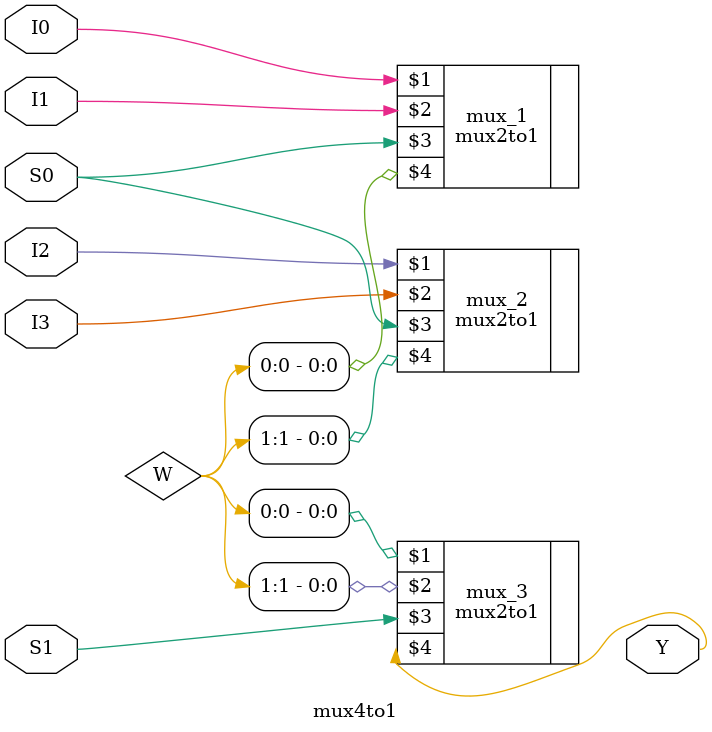
<source format=v>
module mux4to1(I0,I1,I2,I3,S0,S1,Y);
input I0,I1,I2,I3;
input S0,S1;
output Y;
wire [1:0] W;
wire Y;
mux2to1 mux_1(I0,I1,S0,W[0]);
mux2to1 mux_2(I2,I3,S0,W[1]);
mux2to1 mux_3(W[0],W[1],S1,Y);
endmodule




</source>
